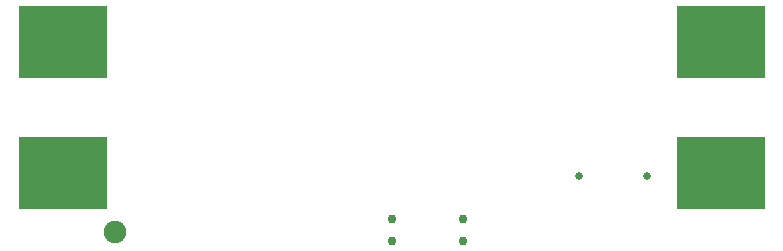
<source format=gbr>
%TF.GenerationSoftware,KiCad,Pcbnew,9.0.1*%
%TF.CreationDate,2025-08-28T21:03:41+10:00*%
%TF.ProjectId,ae-temp-monitor,61652d74-656d-4702-9d6d-6f6e69746f72,rev?*%
%TF.SameCoordinates,Original*%
%TF.FileFunction,Soldermask,Bot*%
%TF.FilePolarity,Negative*%
%FSLAX46Y46*%
G04 Gerber Fmt 4.6, Leading zero omitted, Abs format (unit mm)*
G04 Created by KiCad (PCBNEW 9.0.1) date 2025-08-28 21:03:41*
%MOMM*%
%LPD*%
G01*
G04 APERTURE LIST*
%ADD10C,0.750000*%
%ADD11C,0.650000*%
%ADD12C,1.900000*%
%ADD13R,7.450000X6.100000*%
G04 APERTURE END LIST*
D10*
%TO.C,SW2*%
X145145000Y-86589924D03*
X145145000Y-84764924D03*
%TD*%
D11*
%TO.C,J1*%
X154970000Y-81084924D03*
X160750000Y-81084924D03*
%TD*%
D10*
%TO.C,SW1*%
X139175000Y-86584924D03*
X139175000Y-84759924D03*
%TD*%
D12*
%TO.C,BT2*%
X115650000Y-85834924D03*
D13*
X166949999Y-80884924D03*
X166949999Y-69784924D03*
X111250001Y-69784924D03*
X111250001Y-80884924D03*
%TD*%
M02*

</source>
